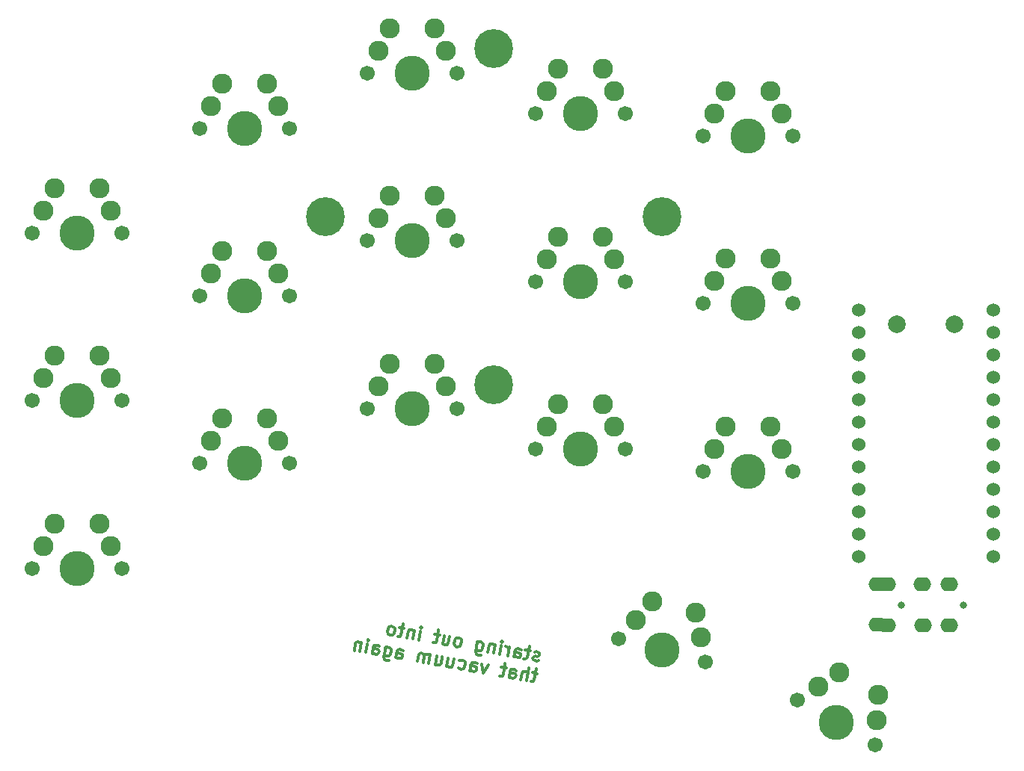
<source format=gbs>
G04 #@! TF.GenerationSoftware,KiCad,Pcbnew,7.0.5*
G04 #@! TF.CreationDate,2023-06-20T22:03:51+01:00*
G04 #@! TF.ProjectId,adam-m-rounded,6164616d-2d6d-42d7-926f-756e6465642e,rev?*
G04 #@! TF.SameCoordinates,Original*
G04 #@! TF.FileFunction,Soldermask,Bot*
G04 #@! TF.FilePolarity,Negative*
%FSLAX46Y46*%
G04 Gerber Fmt 4.6, Leading zero omitted, Abs format (unit mm)*
G04 Created by KiCad (PCBNEW 7.0.5) date 2023-06-20 22:03:51*
%MOMM*%
%LPD*%
G01*
G04 APERTURE LIST*
%ADD10C,0.300000*%
%ADD11O,2.000000X1.600000*%
%ADD12C,0.800000*%
%ADD13C,1.524000*%
%ADD14C,1.701800*%
%ADD15C,3.987800*%
%ADD16C,2.286000*%
%ADD17C,2.000000*%
%ADD18C,4.400000*%
G04 APERTURE END LIST*
D10*
X149850606Y-133796313D02*
X149697515Y-133841850D01*
X149697515Y-133841850D02*
X149416142Y-133792236D01*
X149416142Y-133792236D02*
X149287858Y-133697086D01*
X149287858Y-133697086D02*
X149242322Y-133543995D01*
X149242322Y-133543995D02*
X149254725Y-133473652D01*
X149254725Y-133473652D02*
X149349875Y-133345369D01*
X149349875Y-133345369D02*
X149502966Y-133299832D01*
X149502966Y-133299832D02*
X149713996Y-133337042D01*
X149713996Y-133337042D02*
X149867086Y-133291506D01*
X149867086Y-133291506D02*
X149962236Y-133163222D01*
X149962236Y-133163222D02*
X149974640Y-133092879D01*
X149974640Y-133092879D02*
X149929103Y-132939789D01*
X149929103Y-132939789D02*
X149800820Y-132844638D01*
X149800820Y-132844638D02*
X149589790Y-132807428D01*
X149589790Y-132807428D02*
X149436700Y-132852965D01*
X148956699Y-132695797D02*
X148393952Y-132596570D01*
X148832493Y-132166183D02*
X148609231Y-133432364D01*
X148609231Y-133432364D02*
X148514080Y-133560648D01*
X148514080Y-133560648D02*
X148360990Y-133606184D01*
X148360990Y-133606184D02*
X148220303Y-133581377D01*
X147094809Y-133382922D02*
X147231246Y-132609145D01*
X147231246Y-132609145D02*
X147326397Y-132480861D01*
X147326397Y-132480861D02*
X147479487Y-132435325D01*
X147479487Y-132435325D02*
X147760861Y-132484939D01*
X147760861Y-132484939D02*
X147889144Y-132580089D01*
X147107212Y-133312579D02*
X147235495Y-133407729D01*
X147235495Y-133407729D02*
X147587213Y-133469746D01*
X147587213Y-133469746D02*
X147740303Y-133424210D01*
X147740303Y-133424210D02*
X147835453Y-133295926D01*
X147835453Y-133295926D02*
X147860260Y-133155240D01*
X147860260Y-133155240D02*
X147814723Y-133002149D01*
X147814723Y-133002149D02*
X147686440Y-132906999D01*
X147686440Y-132906999D02*
X147334723Y-132844982D01*
X147334723Y-132844982D02*
X147206440Y-132749832D01*
X146391374Y-133258888D02*
X146565023Y-132274080D01*
X146515409Y-132555454D02*
X146469872Y-132402363D01*
X146469872Y-132402363D02*
X146411932Y-132319617D01*
X146411932Y-132319617D02*
X146283649Y-132224466D01*
X146283649Y-132224466D02*
X146142962Y-132199659D01*
X145476910Y-133097643D02*
X145650559Y-132112835D01*
X145737383Y-131620432D02*
X145795323Y-131703178D01*
X145795323Y-131703178D02*
X145712576Y-131761118D01*
X145712576Y-131761118D02*
X145654636Y-131678372D01*
X145654636Y-131678372D02*
X145737383Y-131620432D01*
X145737383Y-131620432D02*
X145712576Y-131761118D01*
X144947124Y-131988801D02*
X144773476Y-132973609D01*
X144922317Y-132129488D02*
X144864377Y-132046741D01*
X144864377Y-132046741D02*
X144736094Y-131951591D01*
X144736094Y-131951591D02*
X144525064Y-131914380D01*
X144525064Y-131914380D02*
X144371974Y-131959917D01*
X144371974Y-131959917D02*
X144276823Y-132088200D01*
X144276823Y-132088200D02*
X144140385Y-132861978D01*
X142977509Y-131641505D02*
X142766650Y-132837343D01*
X142766650Y-132837343D02*
X142812187Y-132990433D01*
X142812187Y-132990433D02*
X142870127Y-133073180D01*
X142870127Y-133073180D02*
X142998410Y-133168330D01*
X142998410Y-133168330D02*
X143209440Y-133205540D01*
X143209440Y-133205540D02*
X143362530Y-133160004D01*
X142816264Y-132555969D02*
X142944547Y-132651119D01*
X142944547Y-132651119D02*
X143225921Y-132700733D01*
X143225921Y-132700733D02*
X143379011Y-132655196D01*
X143379011Y-132655196D02*
X143461758Y-132597256D01*
X143461758Y-132597256D02*
X143556908Y-132468973D01*
X143556908Y-132468973D02*
X143631329Y-132046913D01*
X143631329Y-132046913D02*
X143585792Y-131893822D01*
X143585792Y-131893822D02*
X143527852Y-131811076D01*
X143527852Y-131811076D02*
X143399569Y-131715925D01*
X143399569Y-131715925D02*
X143118195Y-131666311D01*
X143118195Y-131666311D02*
X142965105Y-131711848D01*
X140763902Y-132266613D02*
X140916992Y-132221076D01*
X140916992Y-132221076D02*
X140999739Y-132163136D01*
X140999739Y-132163136D02*
X141094889Y-132034853D01*
X141094889Y-132034853D02*
X141169310Y-131612792D01*
X141169310Y-131612792D02*
X141123773Y-131459702D01*
X141123773Y-131459702D02*
X141065833Y-131376955D01*
X141065833Y-131376955D02*
X140937550Y-131281805D01*
X140937550Y-131281805D02*
X140726519Y-131244594D01*
X140726519Y-131244594D02*
X140573429Y-131290131D01*
X140573429Y-131290131D02*
X140490682Y-131348071D01*
X140490682Y-131348071D02*
X140395532Y-131476354D01*
X140395532Y-131476354D02*
X140321111Y-131898415D01*
X140321111Y-131898415D02*
X140366648Y-132051505D01*
X140366648Y-132051505D02*
X140424588Y-132134252D01*
X140424588Y-132134252D02*
X140552871Y-132229402D01*
X140552871Y-132229402D02*
X140763902Y-132266613D01*
X139178964Y-130971719D02*
X139005316Y-131956526D01*
X139812055Y-131083350D02*
X139675617Y-131857127D01*
X139675617Y-131857127D02*
X139580467Y-131985411D01*
X139580467Y-131985411D02*
X139427377Y-132030947D01*
X139427377Y-132030947D02*
X139216346Y-131993737D01*
X139216346Y-131993737D02*
X139088063Y-131898587D01*
X139088063Y-131898587D02*
X139030123Y-131815840D01*
X138686560Y-130884895D02*
X138123813Y-130785667D01*
X138562354Y-130355280D02*
X138339092Y-131621462D01*
X138339092Y-131621462D02*
X138243942Y-131749745D01*
X138243942Y-131749745D02*
X138090852Y-131795282D01*
X138090852Y-131795282D02*
X137950165Y-131770475D01*
X136332266Y-131485196D02*
X136505915Y-130500388D01*
X136592739Y-130007984D02*
X136650679Y-130090731D01*
X136650679Y-130090731D02*
X136567932Y-130148671D01*
X136567932Y-130148671D02*
X136509992Y-130065924D01*
X136509992Y-130065924D02*
X136592739Y-130007984D01*
X136592739Y-130007984D02*
X136567932Y-130148671D01*
X135802480Y-130376353D02*
X135628832Y-131361161D01*
X135777673Y-130517040D02*
X135719733Y-130434293D01*
X135719733Y-130434293D02*
X135591450Y-130339143D01*
X135591450Y-130339143D02*
X135380420Y-130301933D01*
X135380420Y-130301933D02*
X135227329Y-130347469D01*
X135227329Y-130347469D02*
X135132179Y-130475753D01*
X135132179Y-130475753D02*
X134995741Y-131249530D01*
X134676985Y-130177898D02*
X134114238Y-130078671D01*
X134552779Y-129648284D02*
X134329517Y-130914466D01*
X134329517Y-130914466D02*
X134234367Y-131042749D01*
X134234367Y-131042749D02*
X134081277Y-131088286D01*
X134081277Y-131088286D02*
X133940590Y-131063479D01*
X133237156Y-130939444D02*
X133390246Y-130893908D01*
X133390246Y-130893908D02*
X133472993Y-130835968D01*
X133472993Y-130835968D02*
X133568143Y-130707684D01*
X133568143Y-130707684D02*
X133642564Y-130285624D01*
X133642564Y-130285624D02*
X133597027Y-130132534D01*
X133597027Y-130132534D02*
X133539087Y-130049787D01*
X133539087Y-130049787D02*
X133410804Y-129954636D01*
X133410804Y-129954636D02*
X133199774Y-129917426D01*
X133199774Y-129917426D02*
X133046683Y-129962963D01*
X133046683Y-129962963D02*
X132963937Y-130020903D01*
X132963937Y-130020903D02*
X132868786Y-130149186D01*
X132868786Y-130149186D02*
X132794366Y-130571246D01*
X132794366Y-130571246D02*
X132839902Y-130724337D01*
X132839902Y-130724337D02*
X132897842Y-130807084D01*
X132897842Y-130807084D02*
X133026125Y-130902234D01*
X133026125Y-130902234D02*
X133237156Y-130939444D01*
X149733177Y-135284967D02*
X149170430Y-135185739D01*
X149608971Y-134755353D02*
X149385709Y-136021534D01*
X149385709Y-136021534D02*
X149290559Y-136149817D01*
X149290559Y-136149817D02*
X149137468Y-136195354D01*
X149137468Y-136195354D02*
X148996782Y-136170547D01*
X148504378Y-136083723D02*
X148764850Y-134606511D01*
X147871287Y-135972092D02*
X148007725Y-135198314D01*
X148007725Y-135198314D02*
X148102875Y-135070031D01*
X148102875Y-135070031D02*
X148255965Y-135024494D01*
X148255965Y-135024494D02*
X148466996Y-135061705D01*
X148466996Y-135061705D02*
X148595279Y-135156855D01*
X148595279Y-135156855D02*
X148653219Y-135239602D01*
X146534762Y-135736426D02*
X146671200Y-134962649D01*
X146671200Y-134962649D02*
X146766350Y-134834366D01*
X146766350Y-134834366D02*
X146919440Y-134788829D01*
X146919440Y-134788829D02*
X147200814Y-134838443D01*
X147200814Y-134838443D02*
X147329097Y-134933593D01*
X146547165Y-135666083D02*
X146675449Y-135761233D01*
X146675449Y-135761233D02*
X147027166Y-135823251D01*
X147027166Y-135823251D02*
X147180256Y-135777714D01*
X147180256Y-135777714D02*
X147275406Y-135649431D01*
X147275406Y-135649431D02*
X147300213Y-135508744D01*
X147300213Y-135508744D02*
X147254677Y-135355654D01*
X147254677Y-135355654D02*
X147126393Y-135260503D01*
X147126393Y-135260503D02*
X146774676Y-135198486D01*
X146774676Y-135198486D02*
X146646393Y-135103336D01*
X146216006Y-134664795D02*
X145653259Y-134565567D01*
X146091800Y-134135180D02*
X145868538Y-135401362D01*
X145868538Y-135401362D02*
X145773388Y-135529645D01*
X145773388Y-135529645D02*
X145620297Y-135575182D01*
X145620297Y-135575182D02*
X145479611Y-135550375D01*
X144176047Y-134305095D02*
X143650682Y-135227885D01*
X143650682Y-135227885D02*
X143472613Y-134181060D01*
X142103127Y-134955010D02*
X142239565Y-134181232D01*
X142239565Y-134181232D02*
X142334715Y-134052949D01*
X142334715Y-134052949D02*
X142487805Y-134007412D01*
X142487805Y-134007412D02*
X142769179Y-134057026D01*
X142769179Y-134057026D02*
X142897462Y-134152176D01*
X142115530Y-134884666D02*
X142243814Y-134979817D01*
X142243814Y-134979817D02*
X142595531Y-135041834D01*
X142595531Y-135041834D02*
X142748621Y-134996297D01*
X142748621Y-134996297D02*
X142843771Y-134868014D01*
X142843771Y-134868014D02*
X142868578Y-134727327D01*
X142868578Y-134727327D02*
X142823042Y-134574237D01*
X142823042Y-134574237D02*
X142694758Y-134479086D01*
X142694758Y-134479086D02*
X142343041Y-134417069D01*
X142343041Y-134417069D02*
X142214758Y-134321919D01*
X140779006Y-134649001D02*
X140907289Y-134744151D01*
X140907289Y-134744151D02*
X141188663Y-134793765D01*
X141188663Y-134793765D02*
X141341753Y-134748228D01*
X141341753Y-134748228D02*
X141424500Y-134690288D01*
X141424500Y-134690288D02*
X141519650Y-134562005D01*
X141519650Y-134562005D02*
X141594071Y-134139945D01*
X141594071Y-134139945D02*
X141548534Y-133986854D01*
X141548534Y-133986854D02*
X141490594Y-133904107D01*
X141490594Y-133904107D02*
X141362311Y-133808957D01*
X141362311Y-133808957D02*
X141080937Y-133759343D01*
X141080937Y-133759343D02*
X140927847Y-133804880D01*
X139674069Y-133511275D02*
X139500421Y-134496082D01*
X140307160Y-133622906D02*
X140170722Y-134396683D01*
X140170722Y-134396683D02*
X140075572Y-134524966D01*
X140075572Y-134524966D02*
X139922481Y-134570503D01*
X139922481Y-134570503D02*
X139711451Y-134533293D01*
X139711451Y-134533293D02*
X139583168Y-134438142D01*
X139583168Y-134438142D02*
X139525228Y-134355396D01*
X138337544Y-133275609D02*
X138163896Y-134260417D01*
X138970635Y-133387240D02*
X138834197Y-134161018D01*
X138834197Y-134161018D02*
X138739047Y-134289301D01*
X138739047Y-134289301D02*
X138585957Y-134334838D01*
X138585957Y-134334838D02*
X138374926Y-134297627D01*
X138374926Y-134297627D02*
X138246643Y-134202477D01*
X138246643Y-134202477D02*
X138188703Y-134119730D01*
X137460462Y-134136382D02*
X137634110Y-133151575D01*
X137609303Y-133292262D02*
X137551363Y-133209515D01*
X137551363Y-133209515D02*
X137423080Y-133114364D01*
X137423080Y-133114364D02*
X137212050Y-133077154D01*
X137212050Y-133077154D02*
X137058959Y-133122691D01*
X137058959Y-133122691D02*
X136963809Y-133250974D01*
X136963809Y-133250974D02*
X136827371Y-134024752D01*
X136963809Y-133250974D02*
X136918272Y-133097884D01*
X136918272Y-133097884D02*
X136789989Y-133002733D01*
X136789989Y-133002733D02*
X136578959Y-132965523D01*
X136578959Y-132965523D02*
X136425869Y-133011060D01*
X136425869Y-133011060D02*
X136330718Y-133139343D01*
X136330718Y-133139343D02*
X136194280Y-133913121D01*
X133732261Y-133479000D02*
X133868699Y-132705223D01*
X133868699Y-132705223D02*
X133963849Y-132576939D01*
X133963849Y-132576939D02*
X134116940Y-132531403D01*
X134116940Y-132531403D02*
X134398313Y-132581016D01*
X134398313Y-132581016D02*
X134526597Y-132676167D01*
X133744665Y-133408657D02*
X133872948Y-133503807D01*
X133872948Y-133503807D02*
X134224665Y-133565824D01*
X134224665Y-133565824D02*
X134377755Y-133520288D01*
X134377755Y-133520288D02*
X134472906Y-133392004D01*
X134472906Y-133392004D02*
X134497712Y-133251317D01*
X134497712Y-133251317D02*
X134452176Y-133098227D01*
X134452176Y-133098227D02*
X134323893Y-133003077D01*
X134323893Y-133003077D02*
X133972176Y-132941060D01*
X133972176Y-132941060D02*
X133843892Y-132845909D01*
X132569384Y-132258527D02*
X132358526Y-133454365D01*
X132358526Y-133454365D02*
X132404062Y-133607455D01*
X132404062Y-133607455D02*
X132462002Y-133690202D01*
X132462002Y-133690202D02*
X132590286Y-133785352D01*
X132590286Y-133785352D02*
X132801316Y-133822563D01*
X132801316Y-133822563D02*
X132954406Y-133777026D01*
X132408140Y-133172991D02*
X132536423Y-133268142D01*
X132536423Y-133268142D02*
X132817797Y-133317755D01*
X132817797Y-133317755D02*
X132970887Y-133272219D01*
X132970887Y-133272219D02*
X133053634Y-133214279D01*
X133053634Y-133214279D02*
X133148784Y-133085995D01*
X133148784Y-133085995D02*
X133223205Y-132663935D01*
X133223205Y-132663935D02*
X133177668Y-132510845D01*
X133177668Y-132510845D02*
X133119728Y-132428098D01*
X133119728Y-132428098D02*
X132991445Y-132332948D01*
X132991445Y-132332948D02*
X132710071Y-132283334D01*
X132710071Y-132283334D02*
X132556981Y-132328870D01*
X131059211Y-133007669D02*
X131195649Y-132233892D01*
X131195649Y-132233892D02*
X131290799Y-132105608D01*
X131290799Y-132105608D02*
X131443890Y-132060072D01*
X131443890Y-132060072D02*
X131725263Y-132109686D01*
X131725263Y-132109686D02*
X131853547Y-132204836D01*
X131071615Y-132937326D02*
X131199898Y-133032476D01*
X131199898Y-133032476D02*
X131551615Y-133094493D01*
X131551615Y-133094493D02*
X131704705Y-133048957D01*
X131704705Y-133048957D02*
X131799856Y-132920673D01*
X131799856Y-132920673D02*
X131824663Y-132779987D01*
X131824663Y-132779987D02*
X131779126Y-132626896D01*
X131779126Y-132626896D02*
X131650843Y-132531746D01*
X131650843Y-132531746D02*
X131299126Y-132469729D01*
X131299126Y-132469729D02*
X131170842Y-132374579D01*
X130355777Y-132883635D02*
X130529425Y-131898827D01*
X130616249Y-131406423D02*
X130674189Y-131489170D01*
X130674189Y-131489170D02*
X130591442Y-131547110D01*
X130591442Y-131547110D02*
X130533502Y-131464363D01*
X130533502Y-131464363D02*
X130616249Y-131406423D01*
X130616249Y-131406423D02*
X130591442Y-131547110D01*
X129825991Y-131774793D02*
X129652343Y-132759600D01*
X129801184Y-131915479D02*
X129743244Y-131832733D01*
X129743244Y-131832733D02*
X129614961Y-131737582D01*
X129614961Y-131737582D02*
X129403930Y-131700372D01*
X129403930Y-131700372D02*
X129250840Y-131745909D01*
X129250840Y-131745909D02*
X129155690Y-131874192D01*
X129155690Y-131874192D02*
X129019252Y-132647969D01*
D11*
X196360000Y-129795000D03*
X196340000Y-125165000D03*
X189360000Y-129795000D03*
X188240000Y-129765000D03*
X188260000Y-125195000D03*
X189340000Y-125165000D03*
X193360000Y-129795000D03*
X193340000Y-125165000D03*
D12*
X190960000Y-127495000D03*
X197960000Y-127495000D03*
D13*
X201315400Y-94113000D03*
X201315400Y-96653000D03*
X201315400Y-99193000D03*
X201315400Y-101733000D03*
X201315400Y-104273000D03*
X201315400Y-106813000D03*
X201315400Y-109353000D03*
X201315400Y-111893000D03*
X201315400Y-114433000D03*
X201315400Y-116973000D03*
X201315400Y-119513000D03*
X201315400Y-122053000D03*
X186095400Y-122053000D03*
X186095400Y-119513000D03*
X186095400Y-116973000D03*
X186095400Y-114433000D03*
X186095400Y-111893000D03*
X186095400Y-109353000D03*
X186095400Y-106813000D03*
X186095400Y-104273000D03*
X186095400Y-101733000D03*
X186095400Y-99193000D03*
X186095400Y-96653000D03*
X186095400Y-94113000D03*
D14*
X111530000Y-73470000D03*
D15*
X116610000Y-73470000D03*
D14*
X121690000Y-73470000D03*
D16*
X112800000Y-70930000D03*
X114070000Y-68390000D03*
X119150000Y-68390000D03*
X120420000Y-70930000D03*
D14*
X130530000Y-105245000D03*
D15*
X135610000Y-105245000D03*
D14*
X140690000Y-105245000D03*
D16*
X131800000Y-102705000D03*
X133070000Y-100165000D03*
X138150000Y-100165000D03*
X139420000Y-102705000D03*
D14*
X111530000Y-111470000D03*
D15*
X116610000Y-111470000D03*
D14*
X121690000Y-111470000D03*
D16*
X112800000Y-108930000D03*
X114070000Y-106390000D03*
X119150000Y-106390000D03*
X120420000Y-108930000D03*
D14*
X149530000Y-109845000D03*
D15*
X154610000Y-109845000D03*
D14*
X159690000Y-109845000D03*
D16*
X150800000Y-107305000D03*
X152070000Y-104765000D03*
X157150000Y-104765000D03*
X158420000Y-107305000D03*
D14*
X92530000Y-85345000D03*
D15*
X97610000Y-85345000D03*
D14*
X102690000Y-85345000D03*
D16*
X93800000Y-82805000D03*
X95070000Y-80265000D03*
X100150000Y-80265000D03*
X101420000Y-82805000D03*
D14*
X92530000Y-104345000D03*
D15*
X97610000Y-104345000D03*
D14*
X102690000Y-104345000D03*
D16*
X93800000Y-101805000D03*
X95070000Y-99265000D03*
X100150000Y-99265000D03*
X101420000Y-101805000D03*
D17*
X196975000Y-95700000D03*
X190475000Y-95700000D03*
D18*
X125762000Y-83529000D03*
X144812000Y-64479000D03*
X144812000Y-102579000D03*
X163862000Y-83529000D03*
D14*
X149530000Y-90845000D03*
D15*
X154610000Y-90845000D03*
D14*
X159690000Y-90845000D03*
D16*
X150800000Y-88305000D03*
X152070000Y-85765000D03*
X157150000Y-85765000D03*
X158420000Y-88305000D03*
D14*
X92530000Y-123345000D03*
D15*
X97610000Y-123345000D03*
D14*
X102690000Y-123345000D03*
D16*
X93800000Y-120805000D03*
X95070000Y-118265000D03*
X100150000Y-118265000D03*
X101420000Y-120805000D03*
D14*
X130530000Y-86245000D03*
D15*
X135610000Y-86245000D03*
D14*
X140690000Y-86245000D03*
D16*
X131800000Y-83705000D03*
X133070000Y-81165000D03*
X138150000Y-81165000D03*
X139420000Y-83705000D03*
D14*
X179160591Y-138309000D03*
D15*
X183560000Y-140849000D03*
D14*
X187959409Y-143389000D03*
D16*
X181530443Y-136744295D03*
X183900295Y-135179591D03*
X188299705Y-137719591D03*
X188129557Y-140554295D03*
D14*
X111530000Y-92470000D03*
D15*
X116610000Y-92470000D03*
D14*
X121690000Y-92470000D03*
D16*
X112800000Y-89930000D03*
X114070000Y-87390000D03*
X119150000Y-87390000D03*
X120420000Y-89930000D03*
D14*
X168530000Y-93345000D03*
D15*
X173610000Y-93345000D03*
D14*
X178690000Y-93345000D03*
D16*
X169800000Y-90805000D03*
X171070000Y-88265000D03*
X176150000Y-88265000D03*
X177420000Y-90805000D03*
D14*
X149530000Y-71845000D03*
D15*
X154610000Y-71845000D03*
D14*
X159690000Y-71845000D03*
D16*
X150800000Y-69305000D03*
X152070000Y-66765000D03*
X157150000Y-66765000D03*
X158420000Y-69305000D03*
D14*
X168530000Y-74345000D03*
D15*
X173610000Y-74345000D03*
D14*
X178690000Y-74345000D03*
D16*
X169800000Y-71805000D03*
X171070000Y-69265000D03*
X176150000Y-69265000D03*
X177420000Y-71805000D03*
D14*
X158975097Y-131318199D03*
D15*
X163882000Y-132633000D03*
D14*
X168788903Y-133947801D03*
D16*
X160859223Y-129193448D03*
X162743349Y-127068696D03*
X167650252Y-128383497D03*
X168219578Y-131165649D03*
D14*
X130530000Y-67245000D03*
D15*
X135610000Y-67245000D03*
D14*
X140690000Y-67245000D03*
D16*
X131800000Y-64705000D03*
X133070000Y-62165000D03*
X138150000Y-62165000D03*
X139420000Y-64705000D03*
D14*
X168530000Y-112345000D03*
D15*
X173610000Y-112345000D03*
D14*
X178690000Y-112345000D03*
D16*
X169800000Y-109805000D03*
X171070000Y-107265000D03*
X176150000Y-107265000D03*
X177420000Y-109805000D03*
M02*

</source>
